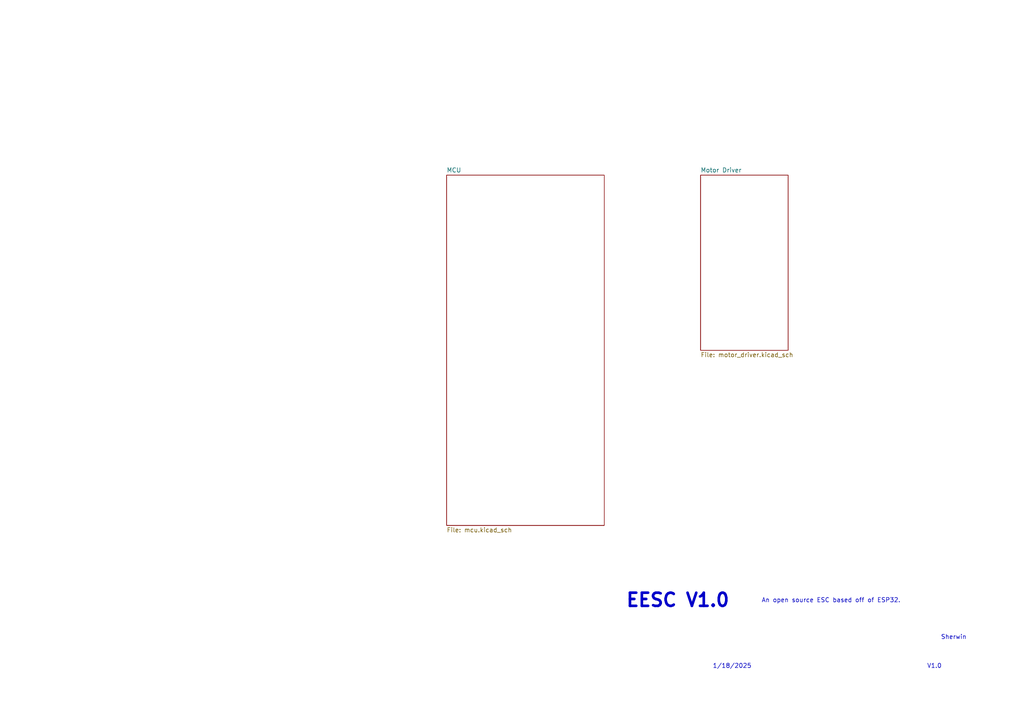
<source format=kicad_sch>
(kicad_sch
	(version 20231120)
	(generator "eeschema")
	(generator_version "8.0")
	(uuid "8cfd3b25-b095-4a95-8a68-04de9d704a9d")
	(paper "A4")
	(lib_symbols)
	(text "Sherwin "
		(exclude_from_sim no)
		(at 277.114 184.912 0)
		(effects
			(font
				(size 1.27 1.27)
			)
		)
		(uuid "0fca564f-7711-43f2-8bb3-57f795bbcf51")
	)
	(text "EESC V1.0\n"
		(exclude_from_sim no)
		(at 196.596 174.244 0)
		(effects
			(font
				(size 3.81 3.81)
				(thickness 0.762)
				(bold yes)
			)
		)
		(uuid "a9c70d46-1ed4-43cd-b9e2-6f65067eea60")
	)
	(text "V1.0"
		(exclude_from_sim no)
		(at 271.018 193.294 0)
		(effects
			(font
				(size 1.27 1.27)
			)
		)
		(uuid "b734034d-895a-4bc0-9b39-7435b89896ac")
	)
	(text "An open source ESC based off of ESP32."
		(exclude_from_sim no)
		(at 241.046 174.244 0)
		(effects
			(font
				(size 1.27 1.27)
			)
		)
		(uuid "ddf28fa2-082f-42e3-96f0-3fc0527551de")
	)
	(text "1/18/2025\n"
		(exclude_from_sim no)
		(at 212.344 193.294 0)
		(effects
			(font
				(size 1.27 1.27)
			)
		)
		(uuid "f519cef8-3e60-4c06-9867-1d0ce560ab90")
	)
	(sheet
		(at 129.54 50.8)
		(size 45.72 101.6)
		(fields_autoplaced yes)
		(stroke
			(width 0.1524)
			(type solid)
		)
		(fill
			(color 0 0 0 0.0000)
		)
		(uuid "024fa845-0aac-404b-8617-6c8a250d7973")
		(property "Sheetname" "MCU"
			(at 129.54 50.0884 0)
			(effects
				(font
					(size 1.27 1.27)
				)
				(justify left bottom)
			)
		)
		(property "Sheetfile" "mcu.kicad_sch"
			(at 129.54 152.9846 0)
			(effects
				(font
					(size 1.27 1.27)
				)
				(justify left top)
			)
		)
		(instances
			(project "eesc"
				(path "/8cfd3b25-b095-4a95-8a68-04de9d704a9d"
					(page "2")
				)
			)
		)
	)
	(sheet
		(at 203.2 50.8)
		(size 25.4 50.8)
		(fields_autoplaced yes)
		(stroke
			(width 0.1524)
			(type solid)
		)
		(fill
			(color 0 0 0 0.0000)
		)
		(uuid "fe1d3a94-8e32-4fd9-8f41-8b605bf4a095")
		(property "Sheetname" "Motor Driver"
			(at 203.2 50.0884 0)
			(effects
				(font
					(size 1.27 1.27)
				)
				(justify left bottom)
			)
		)
		(property "Sheetfile" "motor_driver.kicad_sch"
			(at 203.2 102.1846 0)
			(effects
				(font
					(size 1.27 1.27)
				)
				(justify left top)
			)
		)
		(instances
			(project "eesc"
				(path "/8cfd3b25-b095-4a95-8a68-04de9d704a9d"
					(page "3")
				)
			)
		)
	)
	(sheet_instances
		(path "/"
			(page "1")
		)
	)
)

</source>
